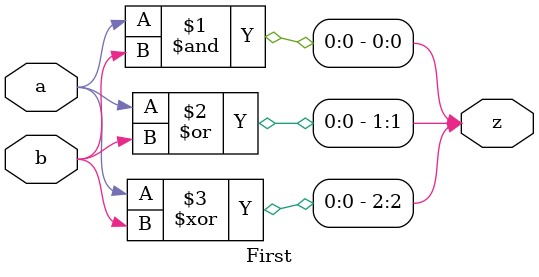
<source format=v>
`timescale 1ns / 1ps


module First( input wire a, input wire b, output wire [2:0] z ); 
 assign z[0] = a&b;
 assign z[1] = a|b;
 assign z[2] = a^b;
endmodule

</source>
